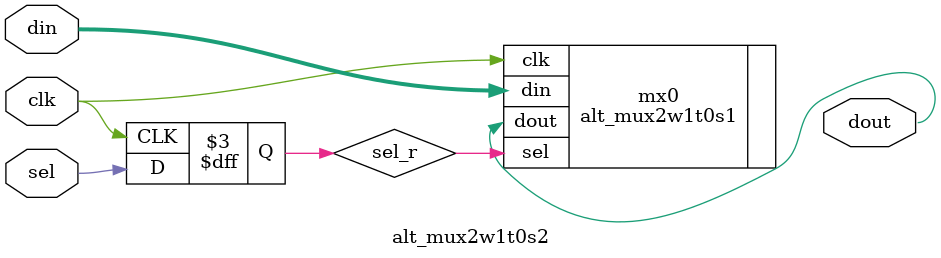
<source format=v>


`timescale 1ps/1ps


module alt_mux2w1t0s2 #(
    parameter SIM_EMULATE = 1'b0
) (
    input clk,
    input [1:0] din,
    input sel,
    output dout
);

reg [0:0] sel_r = 1'b0 /* synthesis preserve */;
always @(posedge clk) sel_r <= sel;

alt_mux2w1t0s1 mx0 (
    .clk(clk),
    .din(din),
    .sel(sel_r),
    .dout(dout)
);
defparam mx0 .SIM_EMULATE = SIM_EMULATE;

endmodule


</source>
